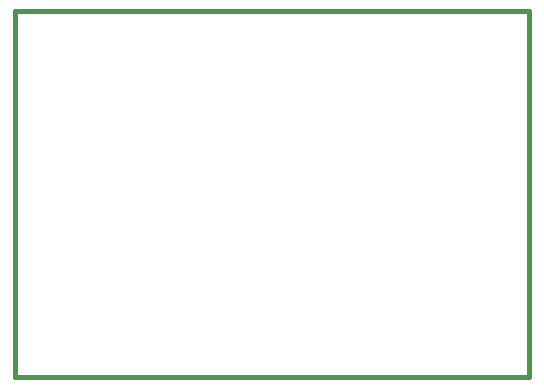
<source format=gbr>
G04 (created by PCBNEW-RS274X (2011-dec-28)-stable) date Fri 20 Jan 2012 01:22:25 PM CET*
G01*
G70*
G90*
%MOIN*%
G04 Gerber Fmt 3.4, Leading zero omitted, Abs format*
%FSLAX34Y34*%
G04 APERTURE LIST*
%ADD10C,0.006000*%
%ADD11C,0.015000*%
G04 APERTURE END LIST*
G54D10*
G54D11*
X31299Y-29921D02*
X48425Y-29921D01*
X31299Y-42126D02*
X31299Y-29921D01*
X48425Y-42126D02*
X31299Y-42126D01*
X48425Y-29921D02*
X48425Y-42126D01*
M02*

</source>
